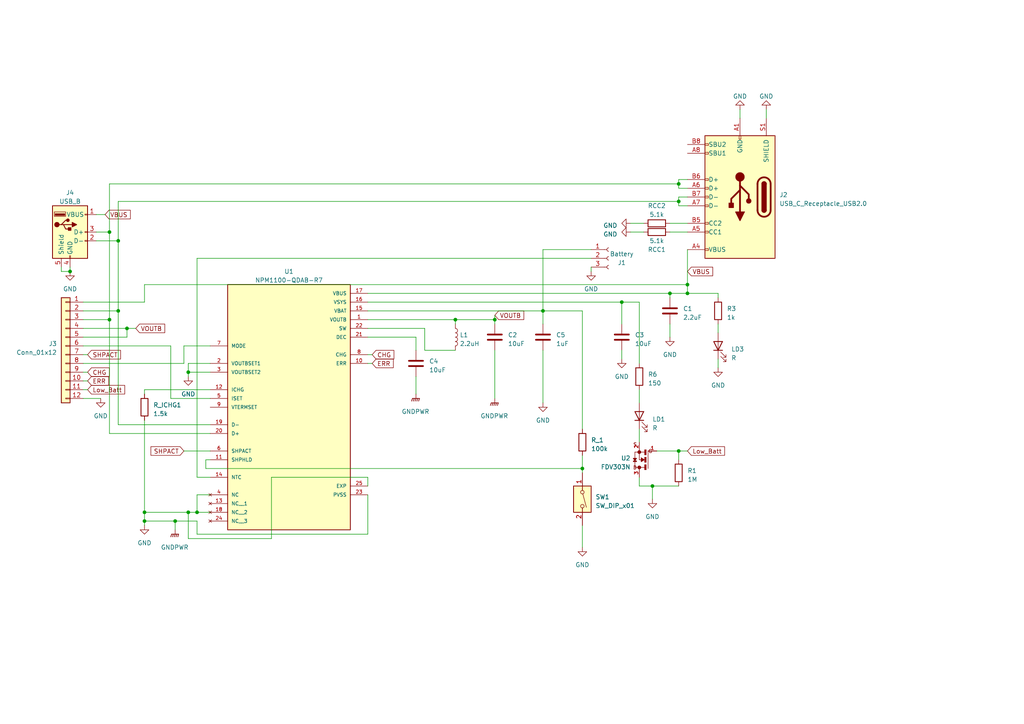
<source format=kicad_sch>
(kicad_sch (version 20230121) (generator eeschema)
  (paper "A4")
  (lib_symbols
    (symbol "Connector:Conn_01x03_Socket" (pin_names (offset 1.016) hide)
      (property "Reference" "J" (at 0 5.08 0))
      (property "Value" "Conn_01x03_Socket" (at 0 -5.08 0))
      (symbol "Conn_01x03_Socket_1_1"
        (arc (start 0 -2.032) (mid -0.5058 -2.54) (end 0 -3.048) (stroke (width 0.1524)))
        (polyline (pts (xy -1.27 -2.54) (xy -0.508 -2.54)) (stroke (width 0.1524)))
        (polyline (pts (xy -1.27 0) (xy -0.508 0)) (stroke (width 0.1524)))
        (polyline (pts (xy -1.27 2.54) (xy -0.508 2.54)) (stroke (width 0.1524)))
        (arc (start 0 0.508) (mid -0.5058 0) (end 0 -0.508) (stroke (width 0.1524)))
        (arc (start 0 3.048) (mid -0.5058 2.54) (end 0 2.032) (stroke (width 0.1524)))
        (pin passive line (at -5.08 2.54 0) (length 3.81) (name "Pin_1") (number "1"))
        (pin passive line (at -5.08 0 0) (length 3.81) (name "Pin_2") (number "2"))
        (pin passive line (at -5.08 -2.54 0) (length 3.81) (name "Pin_3") (number "3"))
      )
    )
    (symbol "Connector:USB_A" (pin_names (offset 1.016))
      (property "Reference" "J" (at -5.08 11.43 0))
      (property "Value" "USB_A" (at -5.08 8.89 0))
      (symbol "USB_A_0_1"
        (rectangle (start -5.08 -7.62) (end 5.08 7.62) (stroke (width 0.254)) (fill (type background)))
        (circle (center -3.81 2.159) (radius 0.635) (stroke (width 0.254)) (fill (type outline)))
        (rectangle (start -1.524 4.826) (end -4.318 5.334) (fill (type outline)))
        (rectangle (start -1.27 4.572) (end -4.572 5.842))
        (circle (center -0.635 3.429) (radius 0.381) (stroke (width 0.254)) (fill (type outline)))
        (rectangle (start -0.127 -7.62) (end 0.127 -6.858))
        (polyline (pts (xy -3.175 2.159) (xy -2.54 2.159) (xy -1.27 3.429) (xy -0.635 3.429)) (stroke (width 0.254)))
        (polyline (pts (xy -2.54 2.159) (xy -1.905 2.159) (xy -1.27 0.889) (xy 0 0.889)) (stroke (width 0.254)))
        (polyline (pts (xy 0.635 2.794) (xy 0.635 1.524) (xy 1.905 2.159) (xy 0.635 2.794)) (stroke (width 0.254)) (fill (type outline)))
        (rectangle (start 0.254 1.27) (end -0.508 0.508) (stroke (width 0.254)) (fill (type outline)))
        (rectangle (start 5.08 -2.667) (end 4.318 -2.413))
        (rectangle (start 5.08 -0.127) (end 4.318 0.127))
        (rectangle (start 5.08 4.953) (end 4.318 5.207))
      )
      (symbol "USB_A_1_1"
        (polyline (pts (xy -1.905 2.159) (xy 0.635 2.159)) (stroke (width 0.254)))
        (pin power_in line (at 7.62 5.08 180) (length 2.54) (name "VBUS") (number "1"))
        (pin bidirectional line (at 7.62 -2.54 180) (length 2.54) (name "D-") (number "2"))
        (pin bidirectional line (at 7.62 0 180) (length 2.54) (name "D+") (number "3"))
        (pin power_in line (at 0 -10.16 90) (length 2.54) (name "GND") (number "4"))
        (pin passive line (at -2.54 -10.16 90) (length 2.54) (name "Shield") (number "5"))
      )
    )
    (symbol "Connector:USB_C_Receptacle_USB2.0" (pin_names (offset 1.016))
      (property "Reference" "J" (at -10.16 19.05 0))
      (property "Value" "USB_C_Receptacle_USB2.0" (at 19.05 19.05 0))
      (symbol "USB_C_Receptacle_USB2.0_0_0"
        (rectangle (start -0.254 -17.78) (end 0.254 -16.764))
        (rectangle (start 10.16 -14.986) (end 9.144 -15.494))
        (rectangle (start 10.16 -12.446) (end 9.144 -12.954))
        (rectangle (start 10.16 -4.826) (end 9.144 -5.334))
        (rectangle (start 10.16 -2.286) (end 9.144 -2.794))
        (rectangle (start 10.16 0.254) (end 9.144 -0.254))
        (rectangle (start 10.16 2.794) (end 9.144 2.286))
        (rectangle (start 10.16 7.874) (end 9.144 7.366))
        (rectangle (start 10.16 10.414) (end 9.144 9.906))
        (rectangle (start 10.16 15.494) (end 9.144 14.986))
      )
      (symbol "USB_C_Receptacle_USB2.0_0_1"
        (rectangle (start -10.16 17.78) (end 10.16 -17.78) (stroke (width 0.254)) (fill (type background)))
        (arc (start -8.89 -3.81) (mid -6.985 -5.7067) (end -5.08 -3.81) (stroke (width 0.508)))
        (arc (start -7.62 -3.81) (mid -6.985 -4.4423) (end -6.35 -3.81) (stroke (width 0.254)))
        (arc (start -7.62 -3.81) (mid -6.985 -4.4423) (end -6.35 -3.81) (stroke (width 0.254)) (fill (type outline)))
        (rectangle (start -7.62 -3.81) (end -6.35 3.81) (stroke (width 0.254)) (fill (type outline)))
        (arc (start -6.35 3.81) (mid -6.985 4.4423) (end -7.62 3.81) (stroke (width 0.254)))
        (arc (start -6.35 3.81) (mid -6.985 4.4423) (end -7.62 3.81) (stroke (width 0.254)) (fill (type outline)))
        (arc (start -5.08 3.81) (mid -6.985 5.7067) (end -8.89 3.81) (stroke (width 0.508)))
        (circle (center -2.54 1.143) (radius 0.635) (stroke (width 0.254)) (fill (type outline)))
        (circle (center 0 -5.842) (radius 1.27) (fill (type outline)))
        (polyline (pts (xy -8.89 -3.81) (xy -8.89 3.81)) (stroke (width 0.508)))
        (polyline (pts (xy -5.08 3.81) (xy -5.08 -3.81)) (stroke (width 0.508)))
        (polyline (pts (xy 0 -5.842) (xy 0 4.318)) (stroke (width 0.508)))
        (polyline (pts (xy 0 -3.302) (xy -2.54 -0.762) (xy -2.54 0.508)) (stroke (width 0.508)))
        (polyline (pts (xy 0 -2.032) (xy 2.54 0.508) (xy 2.54 1.778)) (stroke (width 0.508)))
        (polyline (pts (xy -1.27 4.318) (xy 0 6.858) (xy 1.27 4.318) (xy -1.27 4.318)) (stroke (width 0.254)) (fill (type outline)))
        (rectangle (start 1.905 1.778) (end 3.175 3.048) (stroke (width 0.254)) (fill (type outline)))
      )
      (symbol "USB_C_Receptacle_USB2.0_1_1"
        (pin passive line (at 0 -22.86 90) (length 5.08) (name "GND") (number "A1"))
        (pin passive line (at 0 -22.86 90) (length 5.08) hide (name "GND") (number "A12"))
        (pin passive line (at 15.24 15.24 180) (length 5.08) (name "VBUS") (number "A4"))
        (pin bidirectional line (at 15.24 10.16 180) (length 5.08) (name "CC1") (number "A5"))
        (pin bidirectional line (at 15.24 -2.54 180) (length 5.08) (name "D+") (number "A6"))
        (pin bidirectional line (at 15.24 2.54 180) (length 5.08) (name "D-") (number "A7"))
        (pin bidirectional line (at 15.24 -12.7 180) (length 5.08) (name "SBU1") (number "A8"))
        (pin passive line (at 15.24 15.24 180) (length 5.08) hide (name "VBUS") (number "A9"))
        (pin passive line (at 0 -22.86 90) (length 5.08) hide (name "GND") (number "B1"))
        (pin passive line (at 0 -22.86 90) (length 5.08) hide (name "GND") (number "B12"))
        (pin passive line (at 15.24 15.24 180) (length 5.08) hide (name "VBUS") (number "B4"))
        (pin bidirectional line (at 15.24 7.62 180) (length 5.08) (name "CC2") (number "B5"))
        (pin bidirectional line (at 15.24 -5.08 180) (length 5.08) (name "D+") (number "B6"))
        (pin bidirectional line (at 15.24 0 180) (length 5.08) (name "D-") (number "B7"))
        (pin bidirectional line (at 15.24 -15.24 180) (length 5.08) (name "SBU2") (number "B8"))
        (pin passive line (at 15.24 15.24 180) (length 5.08) hide (name "VBUS") (number "B9"))
        (pin passive line (at -7.62 -22.86 90) (length 5.08) (name "SHIELD") (number "S1"))
      )
    )
    (symbol "Connector_Generic:Conn_01x12" (pin_names (offset 1.016) hide)
      (property "Reference" "J" (at 0 15.24 0))
      (property "Value" "Conn_01x12" (at 0 -17.78 0))
      (symbol "Conn_01x12_1_1"
        (rectangle (start -1.27 -15.113) (end 0 -15.367) (stroke (width 0.1524)))
        (rectangle (start -1.27 -12.573) (end 0 -12.827) (stroke (width 0.1524)))
        (rectangle (start -1.27 -10.033) (end 0 -10.287) (stroke (width 0.1524)))
        (rectangle (start -1.27 -7.493) (end 0 -7.747) (stroke (width 0.1524)))
        (rectangle (start -1.27 -4.953) (end 0 -5.207) (stroke (width 0.1524)))
        (rectangle (start -1.27 -2.413) (end 0 -2.667) (stroke (width 0.1524)))
        (rectangle (start -1.27 0.127) (end 0 -0.127) (stroke (width 0.1524)))
        (rectangle (start -1.27 2.667) (end 0 2.413) (stroke (width 0.1524)))
        (rectangle (start -1.27 5.207) (end 0 4.953) (stroke (width 0.1524)))
        (rectangle (start -1.27 7.747) (end 0 7.493) (stroke (width 0.1524)))
        (rectangle (start -1.27 10.287) (end 0 10.033) (stroke (width 0.1524)))
        (rectangle (start -1.27 12.827) (end 0 12.573) (stroke (width 0.1524)))
        (rectangle (start -1.27 13.97) (end 1.27 -16.51) (stroke (width 0.254)) (fill (type background)))
        (pin passive line (at -5.08 12.7 0) (length 3.81) (name "Pin_1") (number "1"))
        (pin passive line (at -5.08 -10.16 0) (length 3.81) (name "Pin_10") (number "10"))
        (pin passive line (at -5.08 -12.7 0) (length 3.81) (name "Pin_11") (number "11"))
        (pin passive line (at -5.08 -15.24 0) (length 3.81) (name "Pin_12") (number "12"))
        (pin passive line (at -5.08 10.16 0) (length 3.81) (name "Pin_2") (number "2"))
        (pin passive line (at -5.08 7.62 0) (length 3.81) (name "Pin_3") (number "3"))
        (pin passive line (at -5.08 5.08 0) (length 3.81) (name "Pin_4") (number "4"))
        (pin passive line (at -5.08 2.54 0) (length 3.81) (name "Pin_5") (number "5"))
        (pin passive line (at -5.08 0 0) (length 3.81) (name "Pin_6") (number "6"))
        (pin passive line (at -5.08 -2.54 0) (length 3.81) (name "Pin_7") (number "7"))
        (pin passive line (at -5.08 -5.08 0) (length 3.81) (name "Pin_8") (number "8"))
        (pin passive line (at -5.08 -7.62 0) (length 3.81) (name "Pin_9") (number "9"))
      )
    )
    (symbol "Device:C" (pin_numbers hide) (pin_names (offset 0.254))
      (property "Reference" "C" (at 0.635 2.54 0))
      (property "Value" "C" (at 0.635 -2.54 0))
      (symbol "C_0_1"
        (polyline (pts (xy -2.032 -0.762) (xy 2.032 -0.762)) (stroke (width 0.508)))
        (polyline (pts (xy -2.032 0.762) (xy 2.032 0.762)) (stroke (width 0.508)))
      )
      (symbol "C_1_1"
        (pin passive line (at 0 3.81 270) (length 2.794) (name "~") (number "1"))
        (pin passive line (at 0 -3.81 90) (length 2.794) (name "~") (number "2"))
      )
    )
    (symbol "Device:L" (pin_numbers hide) (pin_names (offset 1.016) hide)
      (property "Reference" "L" (at -1.27 0 90))
      (property "Value" "L" (at 1.905 0 90))
      (symbol "L_0_1"
        (arc (start 0 -2.54) (mid 0.6323 -1.905) (end 0 -1.27))
        (arc (start 0 -1.27) (mid 0.6323 -0.635) (end 0 0))
        (arc (start 0 0) (mid 0.6323 0.635) (end 0 1.27))
        (arc (start 0 1.27) (mid 0.6323 1.905) (end 0 2.54))
      )
      (symbol "L_1_1"
        (pin passive line (at 0 3.81 270) (length 1.27) (name "1") (number "1"))
        (pin passive line (at 0 -3.81 90) (length 1.27) (name "2") (number "2"))
      )
    )
    (symbol "Device:LED" (pin_numbers hide) (pin_names (offset 1.016) hide)
      (property "Reference" "D" (at 0 2.54 0))
      (property "Value" "LED" (at 0 -2.54 0))
      (symbol "LED_0_1"
        (polyline (pts (xy -1.27 -1.27) (xy -1.27 1.27)) (stroke (width 0.254)))
        (polyline (pts (xy -1.27 0) (xy 1.27 0)))
        (polyline (pts (xy 1.27 -1.27) (xy 1.27 1.27) (xy -1.27 0) (xy 1.27 -1.27)) (stroke (width 0.254)))
        (polyline (pts (xy -3.048 -0.762) (xy -4.572 -2.286) (xy -3.81 -2.286) (xy -4.572 -2.286) (xy -4.572 -1.524)))
        (polyline (pts (xy -1.778 -0.762) (xy -3.302 -2.286) (xy -2.54 -2.286) (xy -3.302 -2.286) (xy -3.302 -1.524)))
      )
      (symbol "LED_1_1"
        (pin passive line (at -3.81 0 0) (length 2.54) (name "K") (number "1"))
        (pin passive line (at 3.81 0 180) (length 2.54) (name "A") (number "2"))
      )
    )
    (symbol "Device:R" (pin_numbers hide) (pin_names (offset 0))
      (property "Reference" "R" (at 2.032 0 90))
      (property "Value" "R" (at 0 0 90))
      (symbol "R_0_1"
        (rectangle (start -1.016 -2.54) (end 1.016 2.54) (stroke (width 0.254)))
      )
      (symbol "R_1_1"
        (pin passive line (at 0 3.81 270) (length 1.27) (name "~") (number "1"))
        (pin passive line (at 0 -3.81 90) (length 1.27) (name "~") (number "2"))
      )
    )
    (symbol "FDV303:FDV303N" (pin_names (offset 1.016))
      (property "Reference" "U" (at 2.5442 0 0))
      (property "Value" "FDV303N" (at 2.5413 -2.5413 0))
      (symbol "FDV303N_0_0"
        (rectangle (start -2.0361 -0.7635) (end -1.524 0.762) (stroke (width 0.1)) (fill (type outline)))
        (rectangle (start -2.0333 -2.9229) (end -1.524 -1.397) (stroke (width 0.1)) (fill (type outline)))
        (rectangle (start -2.0327 1.3975) (end -1.524 2.921) (stroke (width 0.1)) (fill (type outline)))
        (circle (center 0 -2.2225) (radius 0.127) (stroke (width 0.4064)))
        (polyline (pts (xy -2.54 -2.54) (xy -2.54 2.54)) (stroke (width 0.1524)))
        (polyline (pts (xy -1.5875 -2.2225) (xy 0 -2.2225)) (stroke (width 0.1524)))
        (polyline (pts (xy -1.5875 2.2225) (xy 0 2.2225)) (stroke (width 0.1524)))
        (polyline (pts (xy -0.508 0) (xy 0 0)) (stroke (width 0.1524)))
        (polyline (pts (xy 0 -2.2225) (xy 0 -2.54)) (stroke (width 0.1524)))
        (polyline (pts (xy 0 0) (xy 0 -2.2225)) (stroke (width 0.1524)))
        (polyline (pts (xy 0 2.2225) (xy 1.27 2.2225)) (stroke (width 0.1524)))
        (polyline (pts (xy 0 2.54) (xy 0 2.2225)) (stroke (width 0.1524)))
        (polyline (pts (xy 1.27 -2.2225) (xy 0 -2.2225)) (stroke (width 0.1524)))
        (polyline (pts (xy 1.27 2.2225) (xy 1.27 -2.2225)) (stroke (width 0.1524)))
        (polyline (pts (xy -1.524 0) (xy -0.508 0.635) (xy -0.508 -0.635) (xy -1.524 0)) (stroke (width 0.1016)) (fill (type outline)))
        (polyline (pts (xy 1.27 0.3175) (xy 0.762 -0.4445) (xy 1.778 -0.4445) (xy 1.27 0.3175)) (stroke (width 0.1524)) (fill (type outline)))
        (circle (center 0 2.2225) (radius 0.127) (stroke (width 0.4064)))
        (rectangle (start 0.7631 0.318) (end 1.778 0.5715) (stroke (width 0.1)) (fill (type outline)))
        (text "D" (at 0.6352 2.8582 0) (effects (font (size 1.0163 1.0163)) (justify left bottom)))
        (text "G" (at -3.8125 -1.9063 0) (effects (font (size 1.0167 1.0167)) (justify left bottom)))
        (text "S" (at 0.6354 -3.8122 0) (effects (font (size 1.0166 1.0166)) (justify left bottom)))
        (pin passive line (at -5.08 -2.54 0) (length 2.54) (name "~") (number "1"))
        (pin passive line (at 0 -5.08 90) (length 2.54) (name "~") (number "2"))
        (pin passive line (at 0 5.08 270) (length 2.54) (name "~") (number "3"))
      )
    )
    (symbol "Switch:SW_DIP_x01" (pin_names (offset 0) hide)
      (property "Reference" "SW" (at 0 3.81 0))
      (property "Value" "SW_DIP_x01" (at 0 -3.81 0))
      (symbol "SW_DIP_x01_0_0"
        (circle (center -2.032 0) (radius 0.508))
        (polyline (pts (xy -1.524 0.127) (xy 2.3622 1.1684)))
        (circle (center 2.032 0) (radius 0.508))
      )
      (symbol "SW_DIP_x01_0_1"
        (rectangle (start -3.81 2.54) (end 3.81 -2.54) (stroke (width 0.254)) (fill (type background)))
      )
      (symbol "SW_DIP_x01_1_1"
        (pin passive line (at -7.62 0 0) (length 5.08) (name "~") (number "1"))
        (pin passive line (at 7.62 0 180) (length 5.08) (name "~") (number "2"))
      )
    )
    (symbol "nPM1100:NPM1100-QDAB-R7" (pin_names (offset 1.016))
      (property "Reference" "U" (at -17.78 35.56 0))
      (property "Value" "NPM1100-QDAB-R7" (at -17.78 -40.64 0))
      (symbol "NPM1100-QDAB-R7_0_0"
        (rectangle (start -17.78 -38.1) (end 17.78 33.02) (stroke (width 0.254)) (fill (type background)))
        (pin power_in line (at 22.86 22.86 180) (length 5.08) (name "VOUTB") (number "1"))
        (pin output line (at 22.86 10.16 180) (length 5.08) (name "ERR") (number "10"))
        (pin bidirectional line (at -22.86 -17.78 0) (length 5.08) (name "SHPHLD") (number "11"))
        (pin input line (at -22.86 2.54 0) (length 5.08) (name "ICHG") (number "12"))
        (pin no_connect line (at -22.86 -30.48 0) (length 5.08) (name "NC__1") (number "13"))
        (pin input line (at -22.86 -22.86 0) (length 5.08) (name "NTC") (number "14"))
        (pin power_in line (at 22.86 25.4 180) (length 5.08) (name "VBAT") (number "15"))
        (pin power_in line (at 22.86 27.94 180) (length 5.08) (name "VSYS") (number "16"))
        (pin power_in line (at 22.86 30.48 180) (length 5.08) (name "VBUS") (number "17"))
        (pin no_connect line (at -22.86 -33.02 0) (length 5.08) (name "NC__2") (number "18"))
        (pin input line (at -22.86 -7.62 0) (length 5.08) (name "D-") (number "19"))
        (pin bidirectional line (at -22.86 10.16 0) (length 5.08) (name "VOUTBSET1") (number "2"))
        (pin input line (at -22.86 -10.16 0) (length 5.08) (name "D+") (number "20"))
        (pin power_in line (at 22.86 17.78 180) (length 5.08) (name "DEC") (number "21"))
        (pin power_in line (at 22.86 20.32 180) (length 5.08) (name "SW") (number "22"))
        (pin power_in line (at 22.86 -27.94 180) (length 5.08) (name "PVSS") (number "23"))
        (pin no_connect line (at -22.86 -35.56 0) (length 5.08) (name "NC__3") (number "24"))
        (pin power_in line (at 22.86 -25.4 180) (length 5.08) (name "EXP") (number "25"))
        (pin bidirectional line (at -22.86 7.62 0) (length 5.08) (name "VOUTBSET2") (number "3"))
        (pin no_connect line (at -22.86 -27.94 0) (length 5.08) (name "NC") (number "4"))
        (pin bidirectional line (at -22.86 0 0) (length 5.08) (name "ISET") (number "5"))
        (pin bidirectional line (at -22.86 -15.24 0) (length 5.08) (name "SHPACT") (number "6"))
        (pin bidirectional line (at -22.86 15.24 0) (length 5.08) (name "MODE") (number "7"))
        (pin output line (at 22.86 12.7 180) (length 5.08) (name "CHG") (number "8"))
        (pin bidirectional line (at -22.86 -2.54 0) (length 5.08) (name "VTERMSET") (number "9"))
      )
    )
    (symbol "power:GND" (power) (pin_names (offset 0))
      (property "Value" "GND" (at 0 -3.81 0))
      (symbol "GND_0_1"
        (polyline (pts (xy 0 0) (xy 0 -1.27) (xy 1.27 -1.27) (xy 0 -2.54) (xy -1.27 -1.27) (xy 0 -1.27)))
      )
      (symbol "GND_1_1"
        (pin power_in line (at 0 0 270) (length 0) hide (name "GND") (number "1"))
      )
    )
    (symbol "power:GNDPWR" (power) (pin_names (offset 0))
      (property "Value" "GNDPWR" (at 0 -3.302 0))
      (symbol "GNDPWR_0_1"
        (polyline (pts (xy 0 -1.27) (xy 0 0)))
        (polyline (pts (xy -1.016 -1.27) (xy -1.27 -2.032) (xy -1.27 -2.032)) (stroke (width 0.2032)))
        (polyline (pts (xy -0.508 -1.27) (xy -0.762 -2.032) (xy -0.762 -2.032)) (stroke (width 0.2032)))
        (polyline (pts (xy 0 -1.27) (xy -0.254 -2.032) (xy -0.254 -2.032)) (stroke (width 0.2032)))
        (polyline (pts (xy 0.508 -1.27) (xy 0.254 -2.032) (xy 0.254 -2.032)) (stroke (width 0.2032)))
        (polyline (pts (xy 1.016 -1.27) (xy -1.016 -1.27) (xy -1.016 -1.27)) (stroke (width 0.2032)))
        (polyline (pts (xy 1.016 -1.27) (xy 0.762 -2.032) (xy 0.762 -2.032) (xy 0.762 -2.032)) (stroke (width 0.2032)))
      )
      (symbol "GNDPWR_1_1"
        (pin power_in line (at 0 0 270) (length 0) hide (name "GNDPWR") (number "1"))
      )
    )
  )
  (junction (at 36.83 95.25))
  (junction (at 34.29 90.17))
  (junction (at 189.23 140.97))
  (junction (at 57.15 148.59))
  (junction (at 41.91 148.59))
  (junction (at 157.48 90.17))
  (junction (at 54.61 148.59))
  (junction (at 20.32 78.74))
  (junction (at 41.91 151.13))
  (junction (at 194.31 85.09))
  (junction (at 50.8 151.13))
  (junction (at 180.34 87.63))
  (junction (at 199.39 85.09))
  (junction (at 54.61 107.95))
  (junction (at 196.85 58.42))
  (junction (at 31.75 92.71))
  (junction (at 196.85 130.81))
  (junction (at 199.39 82.55))
  (junction (at 31.75 67.31))
  (junction (at 196.85 53.34))
  (junction (at 132.08 92.71))
  (junction (at 34.29 69.85))
  (junction (at 143.51 92.71))
  (junction (at 168.91 135.89))
  (wire (pts (xy 208.28 93.98) (xy 208.28 96.52)))
  (wire (pts (xy 41.91 121.92) (xy 41.91 148.59)))
  (wire (pts (xy 196.85 54.61) (xy 196.85 53.34)))
  (wire (pts (xy 41.91 87.63) (xy 41.91 82.55)))
  (wire (pts (xy 208.28 104.14) (xy 208.28 106.68)))
  (wire (pts (xy 123.19 101.6) (xy 132.08 101.6)))
  (wire (pts (xy 24.13 87.63) (xy 41.91 87.63)))
  (wire (pts (xy 59.69 133.35) (xy 60.96 133.35)))
  (wire (pts (xy 143.51 93.98) (xy 143.51 92.71)))
  (wire (pts (xy 143.51 101.6) (xy 143.51 115.57)))
  (wire (pts (xy 196.85 130.81) (xy 196.85 133.35)))
  (wire (pts (xy 189.23 140.97) (xy 196.85 140.97)))
  (wire (pts (xy 20.32 77.47) (xy 20.32 78.74)))
  (wire (pts (xy 199.39 59.69) (xy 196.85 59.69)))
  (wire (pts (xy 24.13 95.25) (xy 36.83 95.25)))
  (wire (pts (xy 168.91 124.46) (xy 168.91 90.17)))
  (wire (pts (xy 168.91 152.4) (xy 168.91 158.75)))
  (wire (pts (xy 106.68 154.94) (xy 57.15 154.94)))
  (wire (pts (xy 60.96 125.73) (xy 31.75 125.73)))
  (wire (pts (xy 31.75 67.31) (xy 31.75 92.71)))
  (wire (pts (xy 41.91 151.13) (xy 50.8 151.13)))
  (wire (pts (xy 60.96 115.57) (xy 49.53 115.57)))
  (wire (pts (xy 123.19 95.25) (xy 123.19 101.6)))
  (wire (pts (xy 60.96 130.81) (xy 53.34 130.81)))
  (wire (pts (xy 27.94 69.85) (xy 34.29 69.85)))
  (wire (pts (xy 222.25 31.75) (xy 222.25 34.29)))
  (wire (pts (xy 78.74 156.21) (xy 54.61 156.21)))
  (wire (pts (xy 199.39 85.09) (xy 194.31 85.09)))
  (wire (pts (xy 31.75 125.73) (xy 31.75 92.71)))
  (wire (pts (xy 60.96 143.51) (xy 57.15 143.51)))
  (wire (pts (xy 132.08 92.71) (xy 143.51 92.71)))
  (wire (pts (xy 54.61 105.41) (xy 54.61 107.95)))
  (wire (pts (xy 24.13 100.33) (xy 49.53 100.33)))
  (wire (pts (xy 36.83 97.79) (xy 36.83 95.25)))
  (wire (pts (xy 41.91 113.03) (xy 60.96 113.03)))
  (wire (pts (xy 50.8 151.13) (xy 50.8 153.67)))
  (wire (pts (xy 185.42 140.97) (xy 185.42 138.43)))
  (wire (pts (xy 180.34 101.6) (xy 180.34 104.14)))
  (wire (pts (xy 57.15 151.13) (xy 50.8 151.13)))
  (wire (pts (xy 168.91 90.17) (xy 157.48 90.17)))
  (wire (pts (xy 60.96 100.33) (xy 53.34 100.33)))
  (wire (pts (xy 168.91 135.89) (xy 168.91 137.16)))
  (wire (pts (xy 106.68 87.63) (xy 180.34 87.63)))
  (wire (pts (xy 78.74 138.43) (xy 78.74 156.21)))
  (wire (pts (xy 59.69 133.35) (xy 59.69 135.89)))
  (wire (pts (xy 17.78 78.74) (xy 20.32 78.74)))
  (wire (pts (xy 132.08 92.71) (xy 132.08 93.98)))
  (wire (pts (xy 194.31 67.31) (xy 199.39 67.31)))
  (wire (pts (xy 49.53 100.33) (xy 49.53 115.57)))
  (wire (pts (xy 41.91 82.55) (xy 199.39 82.55)))
  (wire (pts (xy 106.68 85.09) (xy 194.31 85.09)))
  (wire (pts (xy 25.4 107.95) (xy 24.13 107.95)))
  (wire (pts (xy 57.15 138.43) (xy 60.96 138.43)))
  (wire (pts (xy 168.91 132.08) (xy 168.91 135.89)))
  (wire (pts (xy 27.94 67.31) (xy 31.75 67.31)))
  (wire (pts (xy 182.88 64.77) (xy 186.69 64.77)))
  (wire (pts (xy 120.65 101.6) (xy 120.65 97.79)))
  (wire (pts (xy 57.15 138.43) (xy 57.15 74.93)))
  (wire (pts (xy 120.65 97.79) (xy 106.68 97.79)))
  (wire (pts (xy 185.42 113.03) (xy 185.42 116.84)))
  (wire (pts (xy 106.68 95.25) (xy 123.19 95.25)))
  (wire (pts (xy 189.23 140.97) (xy 189.23 144.78)))
  (wire (pts (xy 34.29 90.17) (xy 34.29 123.19)))
  (wire (pts (xy 106.68 90.17) (xy 157.48 90.17)))
  (wire (pts (xy 106.68 92.71) (xy 132.08 92.71)))
  (wire (pts (xy 60.96 105.41) (xy 54.61 105.41)))
  (wire (pts (xy 171.45 72.39) (xy 157.48 72.39)))
  (wire (pts (xy 24.13 113.03) (xy 25.4 113.03)))
  (wire (pts (xy 180.34 87.63) (xy 185.42 87.63)))
  (wire (pts (xy 199.39 72.39) (xy 199.39 82.55)))
  (wire (pts (xy 106.68 138.43) (xy 78.74 138.43)))
  (wire (pts (xy 41.91 114.3) (xy 41.91 113.03)))
  (wire (pts (xy 199.39 85.09) (xy 208.28 85.09)))
  (wire (pts (xy 106.68 105.41) (xy 107.95 105.41)))
  (wire (pts (xy 196.85 59.69) (xy 196.85 58.42)))
  (wire (pts (xy 106.68 140.97) (xy 106.68 138.43)))
  (wire (pts (xy 60.96 123.19) (xy 34.29 123.19)))
  (wire (pts (xy 199.39 82.55) (xy 199.39 85.09)))
  (wire (pts (xy 171.45 77.47) (xy 171.45 78.74)))
  (wire (pts (xy 57.15 154.94) (xy 57.15 151.13)))
  (wire (pts (xy 106.68 143.51) (xy 106.68 154.94)))
  (wire (pts (xy 54.61 107.95) (xy 60.96 107.95)))
  (wire (pts (xy 24.13 97.79) (xy 36.83 97.79)))
  (wire (pts (xy 24.13 110.49) (xy 25.4 110.49)))
  (wire (pts (xy 24.13 115.57) (xy 29.21 115.57)))
  (wire (pts (xy 54.61 156.21) (xy 54.61 148.59)))
  (wire (pts (xy 208.28 86.36) (xy 208.28 85.09)))
  (wire (pts (xy 57.15 143.51) (xy 57.15 148.59)))
  (wire (pts (xy 34.29 58.42) (xy 34.29 69.85)))
  (wire (pts (xy 194.31 85.09) (xy 194.31 86.36)))
  (wire (pts (xy 31.75 53.34) (xy 196.85 53.34)))
  (wire (pts (xy 106.68 102.87) (xy 107.95 102.87)))
  (wire (pts (xy 189.23 140.97) (xy 185.42 140.97)))
  (wire (pts (xy 24.13 102.87) (xy 25.4 102.87)))
  (wire (pts (xy 185.42 87.63) (xy 185.42 105.41)))
  (wire (pts (xy 196.85 52.07) (xy 196.85 53.34)))
  (wire (pts (xy 157.48 90.17) (xy 157.48 93.98)))
  (wire (pts (xy 31.75 67.31) (xy 31.75 53.34)))
  (wire (pts (xy 143.51 91.44) (xy 143.51 92.71)))
  (wire (pts (xy 199.39 52.07) (xy 196.85 52.07)))
  (wire (pts (xy 57.15 74.93) (xy 171.45 74.93)))
  (wire (pts (xy 24.13 105.41) (xy 53.34 105.41)))
  (wire (pts (xy 196.85 130.81) (xy 199.39 130.81)))
  (wire (pts (xy 24.13 92.71) (xy 31.75 92.71)))
  (wire (pts (xy 17.78 77.47) (xy 17.78 78.74)))
  (wire (pts (xy 57.15 148.59) (xy 60.96 148.59)))
  (wire (pts (xy 36.83 95.25) (xy 39.37 95.25)))
  (wire (pts (xy 54.61 148.59) (xy 57.15 148.59)))
  (wire (pts (xy 54.61 107.95) (xy 54.61 109.22)))
  (wire (pts (xy 190.5 130.81) (xy 196.85 130.81)))
  (wire (pts (xy 196.85 57.15) (xy 196.85 58.42)))
  (wire (pts (xy 59.69 135.89) (xy 168.91 135.89)))
  (wire (pts (xy 199.39 54.61) (xy 196.85 54.61)))
  (wire (pts (xy 157.48 101.6) (xy 157.48 116.84)))
  (wire (pts (xy 53.34 100.33) (xy 53.34 105.41)))
  (wire (pts (xy 194.31 93.98) (xy 194.31 97.79)))
  (wire (pts (xy 41.91 148.59) (xy 54.61 148.59)))
  (wire (pts (xy 34.29 69.85) (xy 34.29 90.17)))
  (wire (pts (xy 194.31 64.77) (xy 199.39 64.77)))
  (wire (pts (xy 41.91 151.13) (xy 41.91 152.4)))
  (wire (pts (xy 27.94 62.23) (xy 30.48 62.23)))
  (wire (pts (xy 34.29 58.42) (xy 196.85 58.42)))
  (wire (pts (xy 157.48 72.39) (xy 157.48 90.17)))
  (wire (pts (xy 24.13 90.17) (xy 34.29 90.17)))
  (wire (pts (xy 182.88 67.31) (xy 186.69 67.31)))
  (wire (pts (xy 214.63 31.75) (xy 214.63 34.29)))
  (wire (pts (xy 199.39 57.15) (xy 196.85 57.15)))
  (wire (pts (xy 120.65 109.22) (xy 120.65 114.3)))
  (wire (pts (xy 41.91 148.59) (xy 41.91 151.13)))
  (wire (pts (xy 180.34 87.63) (xy 180.34 93.98)))
  (wire (pts (xy 185.42 124.46) (xy 185.42 128.27)))
  (global_label "SHPACT" (shape input) (at 53.34 130.81 180) (property "Intersheetrefs" "${INTERSHEET_REFS}" (effects hide)))
  (global_label "VBUS" (shape input) (at 199.39 78.74 0) (property "Intersheetrefs" "${INTERSHEET_REFS}" (effects hide)))
  (global_label "Low_Batt" (shape input) (at 25.4 113.03 0) (property "Intersheetrefs" "${INTERSHEET_REFS}" (effects hide)))
  (global_label "VOUTB" (shape input) (at 39.37 95.25 0) (property "Intersheetrefs" "${INTERSHEET_REFS}" (effects hide)))
  (global_label "ERR" (shape input) (at 107.95 105.41 0) (property "Intersheetrefs" "${INTERSHEET_REFS}" (effects hide)))
  (global_label "ERR" (shape input) (at 25.4 110.49 0) (property "Intersheetrefs" "${INTERSHEET_REFS}" (effects hide)))
  (global_label "CHG" (shape input) (at 107.95 102.87 0) (property "Intersheetrefs" "${INTERSHEET_REFS}" (effects hide)))
  (global_label "VOUTB" (shape input) (at 143.51 91.44 0) (property "Intersheetrefs" "${INTERSHEET_REFS}" (effects hide)))
  (global_label "Low_Batt" (shape input) (at 199.39 130.81 0) (property "Intersheetrefs" "${INTERSHEET_REFS}" (effects hide)))
  (global_label "VBUS" (shape input) (at 30.48 62.23 0) (property "Intersheetrefs" "${INTERSHEET_REFS}" (effects hide)))
  (global_label "SHPACT" (shape input) (at 25.4 102.87 0) (property "Intersheetrefs" "${INTERSHEET_REFS}" (effects hide)))
  (global_label "CHG" (shape input) (at 25.4 107.95 0) (property "Intersheetrefs" "${INTERSHEET_REFS}" (effects hide)))
  (symbol (lib_id "power:GND") (at 168.91 158.75 0) (unit 1)
    (property "Reference" "#PWR011" (effects hide))
    (property "Value" "GND" (at 168.91 163.83 0))
  )
  (symbol (lib_id "Device:R") (at 208.28 90.17 0) (unit 1)
    (property "Reference" "R3" (at 210.82 89.535 0) (effects (justify left)))
    (property "Value" "1k" (at 210.82 92.075 0) (effects (justify left)))
    (property "Footprint" "Resistor_SMD:R_0201_0603Metric" (effects hide))
  )
  (symbol (lib_id "nPM1100:NPM1100-QDAB-R7") (at 83.82 115.57 0) (unit 1)
    (property "Reference" "U1" (at 83.82 78.74 0))
    (property "Value" "NPM1100-QDAB-R7" (at 83.82 81.28 0))
    (property "Footprint" "TESIS:QFN50P400X400X90-25N" (effects hide))
    (property "MF" "Nordic Semiconductor ASA" (effects hide))
    (property "MAXIMUM_PACKAGE_HEIGHT" "0.90mm" (effects hide))
    (property "Package" "None" (effects hide))
    (property "Price" "None" (effects hide))
    (property "Check_prices" "https://www.snapeda.com/parts/NPM1100-QDAB-R7/Nordic+Power/view-part/?ref=eda" (effects hide))
    (property "STANDARD" "IPC-7351B" (effects hide))
    (property "PARTREV" "1.3" (effects hide))
    (property "SnapEDA_Link" "https://www.snapeda.com/parts/NPM1100-QDAB-R7/Nordic+Power/view-part/?ref=snap" (effects hide))
    (property "MP" "NPM1100-QDAB-R7" (effects hide))
    (property "Description" "\n                        \n                            Battery Power Management IC Lithium Ion/Polymer 24-QFN (4x4)\n                        \n" (effects hide))
    (property "MANUFACTURER" "Nordic Semiconductor" (effects hide))
    (property "Availability" "In Stock" (effects hide))
    (property "SNAPEDA_PN" "NPM1100-QDAB-R7" (effects hide))
  )
  (symbol (lib_id "Device:R") (at 41.91 118.11 0) (unit 1)
    (property "Reference" "R_ICHG1" (at 44.45 117.475 0) (effects (justify left)))
    (property "Value" "1.5k" (at 44.45 120.015 0) (effects (justify left)))
    (property "Footprint" "Resistor_SMD:R_0201_0603Metric" (effects hide))
  )
  (symbol (lib_id "Device:L") (at 132.08 97.79 0) (unit 1)
    (property "Reference" "L1" (at 133.35 97.155 0) (effects (justify left)))
    (property "Value" "2.2uH" (at 133.35 99.695 0) (effects (justify left)))
    (property "Footprint" "Inductor_SMD:L_0805_2012Metric" (effects hide))
  )
  (symbol (lib_id "Connector:USB_C_Receptacle_USB2.0") (at 214.63 57.15 180) (unit 1)
    (property "Reference" "J2" (at 226.06 56.515 0) (effects (justify right)))
    (property "Value" "USB_C_Receptacle_USB2.0" (at 226.06 59.055 0) (effects (justify right)))
    (property "Footprint" "Connector_USB:USB_C_Receptacle_Palconn_UTC16-G" (effects hide))
    (property "Datasheet" "https://www.usb.org/sites/default/files/documents/usb_type-c.zip" (effects hide))
  )
  (symbol (lib_id "power:GND") (at 194.31 97.79 0) (unit 1)
    (property "Reference" "#PWR01" (effects hide))
    (property "Value" "GND" (at 194.31 102.87 0))
  )
  (symbol (lib_id "power:GNDPWR") (at 50.8 153.67 0) (unit 1)
    (property "Reference" "#PWR08" (effects hide))
    (property "Value" "GNDPWR" (at 50.673 158.75 0))
  )
  (symbol (lib_id "power:GND") (at 54.61 109.22 0) (unit 1)
    (property "Reference" "#PWR016" (effects hide))
    (property "Value" "GND" (at 54.61 114.3 0))
  )
  (symbol (lib_id "Device:C") (at 194.31 90.17 0) (unit 1)
    (property "Reference" "C1" (at 198.12 89.535 0) (effects (justify left)))
    (property "Value" "2.2uF" (at 198.12 92.075 0) (effects (justify left)))
    (property "Footprint" "Capacitor_SMD:C_0603_1608Metric" (effects hide))
  )
  (symbol (lib_id "power:GND") (at 222.25 31.75 180) (unit 1)
    (property "Reference" "#PWR014" (effects hide))
    (property "Value" "GND" (at 222.25 27.94 0))
  )
  (symbol (lib_id "Device:R") (at 190.5 67.31 90) (unit 1)
    (property "Reference" "RCC1" (at 190.5 72.39 90))
    (property "Value" "5.1k" (at 190.5 69.85 90))
    (property "Footprint" "Resistor_SMD:R_0201_0603Metric" (effects hide))
  )
  (symbol (lib_id "power:GND") (at 214.63 31.75 180) (unit 1)
    (property "Reference" "#PWR013" (effects hide))
    (property "Value" "GND" (at 214.63 27.94 0))
  )
  (symbol (lib_id "Device:R") (at 190.5 64.77 90) (unit 1)
    (property "Reference" "RCC2" (at 190.5 59.69 90))
    (property "Value" "5.1k" (at 190.5 62.23 90))
    (property "Footprint" "Resistor_SMD:R_0201_0603Metric" (effects hide))
  )
  (symbol (lib_id "Connector_Generic:Conn_01x12") (at 19.05 100.33 0) (mirror y) (unit 1)
    (property "Reference" "J3" (at 16.51 99.695 0) (effects (justify left)))
    (property "Value" "Conn_01x12" (at 16.51 102.235 0) (effects (justify left)))
    (property "Footprint" "Connector_PinHeader_2.54mm:PinHeader_1x12_P2.54mm_Vertical" (effects hide))
  )
  (symbol (lib_id "power:GNDPWR") (at 120.65 114.3 0) (unit 1)
    (property "Reference" "#PWR02" (effects hide))
    (property "Value" "GNDPWR" (at 120.523 119.38 0))
  )
  (symbol (lib_id "Device:LED") (at 185.42 120.65 90) (unit 1)
    (property "Reference" "LD1" (at 189.23 121.6025 90) (effects (justify right)))
    (property "Value" "R" (at 189.23 124.1425 90) (effects (justify right)))
    (property "Footprint" "LED_SMD:LED_0201_0603Metric" (effects hide))
  )
  (symbol (lib_id "Switch:SW_DIP_x01") (at 168.91 144.78 270) (unit 1)
    (property "Reference" "SW1" (at 172.72 144.145 90) (effects (justify left)))
    (property "Value" "SW_DIP_x01" (at 172.72 146.685 90) (effects (justify left)))
    (property "Footprint" "TESIS:SW_B3U-1000P" (effects hide))
  )
  (symbol (lib_id "Device:R") (at 168.91 128.27 0) (unit 1)
    (property "Reference" "R_1" (at 171.45 127.635 0) (effects (justify left)))
    (property "Value" "100k" (at 171.45 130.175 0) (effects (justify left)))
    (property "Footprint" "Resistor_SMD:R_0201_0603Metric" (effects hide))
  )
  (symbol (lib_id "Connector:USB_A") (at 20.32 67.31 0) (unit 1)
    (property "Reference" "J4" (at 20.32 55.88 0))
    (property "Value" "USB_B" (at 20.32 58.42 0))
    (property "Footprint" "Connector_USB:USB_A_TE_292303-7_Horizontal" (effects hide))
    (property "Datasheet" " ~" (effects hide))
  )
  (symbol (lib_id "Connector:Conn_01x03_Socket") (at 176.53 74.93 0) (unit 1)
    (property "Reference" "J1" (at 180.34 76.2 0))
    (property "Value" "Battery" (at 180.34 73.66 0))
    (property "Footprint" "Connector_JST:JST_XH_B3B-XH-A_1x03_P2.50mm_Vertical" (effects hide))
  )
  (symbol (lib_id "Device:C") (at 157.48 97.79 0) (unit 1)
    (property "Reference" "C5" (at 161.29 97.155 0) (effects (justify left)))
    (property "Value" "1uF" (at 161.29 99.695 0) (effects (justify left)))
    (property "Footprint" "Capacitor_SMD:C_0603_1608Metric" (effects hide))
  )
  (symbol (lib_id "power:GND") (at 182.88 64.77 270) (unit 1)
    (property "Reference" "#PWR012" (effects hide))
    (property "Value" "GND" (at 179.07 65.405 90) (effects (justify right)))
  )
  (symbol (lib_id "power:GND") (at 189.23 144.78 0) (unit 1)
    (property "Reference" "#PWR010" (effects hide))
    (property "Value" "GND" (at 189.23 149.86 0))
  )
  (symbol (lib_id "Device:LED") (at 208.28 100.33 90) (unit 1)
    (property "Reference" "LD3" (at 212.09 101.2825 90) (effects (justify right)))
    (property "Value" "R" (at 212.09 103.8225 90) (effects (justify right)))
    (property "Footprint" "LED_SMD:LED_0201_0603Metric" (effects hide))
  )
  (symbol (lib_id "power:GND") (at 208.28 106.68 0) (unit 1)
    (property "Reference" "#PWR03" (effects hide))
    (property "Value" "GND" (at 208.28 111.76 0))
  )
  (symbol (lib_id "power:GND") (at 41.91 152.4 0) (unit 1)
    (property "Reference" "#PWR07" (effects hide))
    (property "Value" "GND" (at 41.91 157.48 0))
  )
  (symbol (lib_id "power:GND") (at 182.88 67.31 270) (unit 1)
    (property "Reference" "#PWR015" (effects hide))
    (property "Value" "GND" (at 179.07 67.945 90) (effects (justify right)))
  )
  (symbol (lib_id "Device:R") (at 185.42 109.22 0) (unit 1)
    (property "Reference" "R6" (at 187.96 108.585 0) (effects (justify left)))
    (property "Value" "150" (at 187.96 111.125 0) (effects (justify left)))
    (property "Footprint" "Resistor_SMD:R_0201_0603Metric" (effects hide))
  )
  (symbol (lib_id "Device:R") (at 196.85 137.16 0) (unit 1)
    (property "Reference" "R1" (at 199.39 136.525 0) (effects (justify left)))
    (property "Value" "1M" (at 199.39 139.065 0) (effects (justify left)))
    (property "Footprint" "Resistor_SMD:R_0201_0603Metric" (effects hide))
  )
  (symbol (lib_id "power:GND") (at 20.32 78.74 0) (unit 1)
    (property "Reference" "#PWR018" (effects hide))
    (property "Value" "GND" (at 20.32 83.82 0))
  )
  (symbol (lib_id "power:GND") (at 29.21 115.57 0) (unit 1)
    (property "Reference" "#PWR017" (effects hide))
    (property "Value" "GND" (at 29.21 120.65 0))
  )
  (symbol (lib_id "power:GND") (at 157.48 116.84 0) (unit 1)
    (property "Reference" "#PWR06" (effects hide))
    (property "Value" "GND" (at 157.48 121.92 0))
  )
  (symbol (lib_id "FDV303:FDV303N") (at 185.42 133.35 180) (unit 1)
    (property "Reference" "U2" (at 182.88 132.9049 0) (effects (justify left)))
    (property "Value" "FDV303N" (at 182.88 135.4449 0) (effects (justify left)))
    (property "Footprint" "TESIS:SOT23" (effects hide))
    (property "MF" "ON Semiconductor" (effects hide))
    (property "Description" "\n                        \n                            N-Channel 25 V 680mA (Ta) 350mW (Ta) Surface Mount SOT-23-3\n                        \n" (effects hide))
    (property "Package" "SOT-23-3 ON Semiconductor" (effects hide))
    (property "Price" "None" (effects hide))
    (property "SnapEDA_Link" "https://www.snapeda.com/parts/FDV303N/Onsemi/view-part/?ref=snap" (effects hide))
    (property "MP" "FDV303N" (effects hide))
    (property "Availability" "In Stock" (effects hide))
    (property "Check_prices" "https://www.snapeda.com/parts/FDV303N/Onsemi/view-part/?ref=eda" (effects hide))
  )
  (symbol (lib_id "power:GND") (at 180.34 104.14 0) (unit 1)
    (property "Reference" "#PWR04" (effects hide))
    (property "Value" "GND" (at 180.34 109.22 0))
  )
  (symbol (lib_id "Device:C") (at 143.51 97.79 0) (unit 1)
    (property "Reference" "C2" (at 147.32 97.155 0) (effects (justify left)))
    (property "Value" "10uF" (at 147.32 99.695 0) (effects (justify left)))
    (property "Footprint" "Capacitor_SMD:C_0603_1608Metric" (effects hide))
  )
  (symbol (lib_id "Device:C") (at 180.34 97.79 0) (unit 1)
    (property "Reference" "C3" (at 184.15 97.155 0) (effects (justify left)))
    (property "Value" "10uF" (at 184.15 99.695 0) (effects (justify left)))
    (property "Footprint" "Capacitor_SMD:C_0603_1608Metric" (effects hide))
  )
  (symbol (lib_id "Device:C") (at 120.65 105.41 0) (unit 1)
    (property "Reference" "C4" (at 124.46 104.775 0) (effects (justify left)))
    (property "Value" "10uF" (at 124.46 107.315 0) (effects (justify left)))
    (property "Footprint" "Capacitor_SMD:C_0603_1608Metric" (effects hide))
  )
  (symbol (lib_id "power:GNDPWR") (at 143.51 115.57 0) (unit 1)
    (property "Reference" "#PWR05" (effects hide))
    (property "Value" "GNDPWR" (at 143.383 120.65 0))
  )
  (symbol (lib_id "power:GND") (at 171.45 78.74 0) (unit 1)
    (property "Reference" "#PWR09" (effects hide))
    (property "Value" "GND" (at 171.45 83.82 0))
  )
)
</source>
